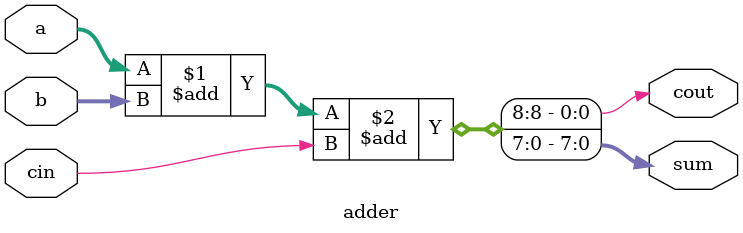
<source format=v>
module adder #(

    parameter size = 8

) (

    input [size-1:0] a,
    input [size-1:0] b,
    input cin,
    output cout,
    output [size-1:0] sum

);

    assign {cout, sum} = a + b + cin;

endmodule

</source>
